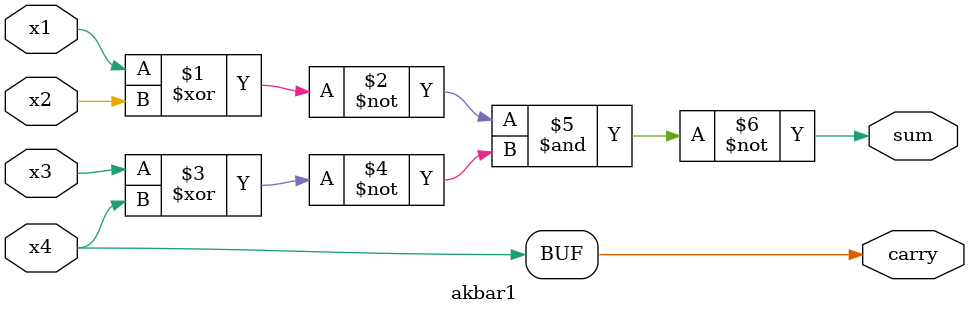
<source format=v>
module akbar1(x1,x2,x3,x4,sum,carry);
 output sum,carry;
 input x1,x2,x3,x4;
 assign carry=x4;
 assign sum=~((~(x1^x2))&(~(x3^x4)));

endmodule
</source>
